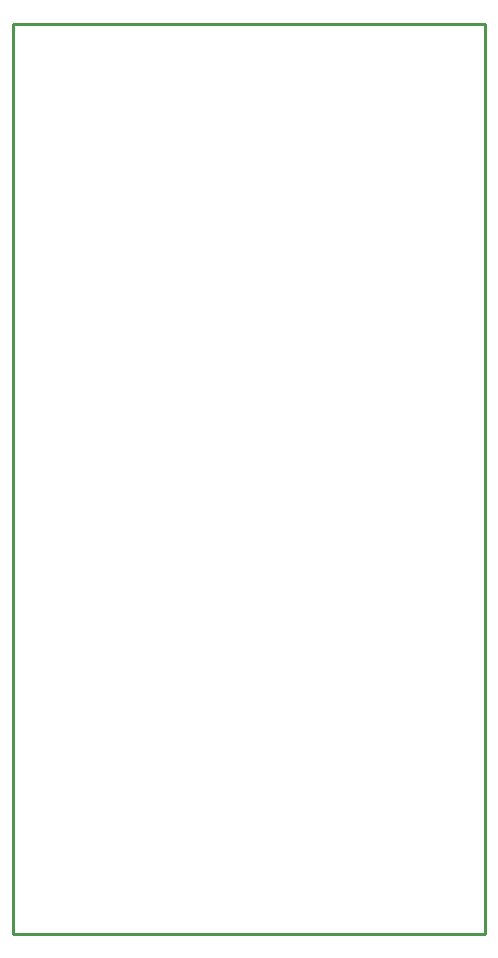
<source format=gto>
G04*
G04 #@! TF.GenerationSoftware,Altium Limited,Altium Designer,24.2.2 (26)*
G04*
G04 Layer_Color=65535*
%FSLAX44Y44*%
%MOMM*%
G71*
G04*
G04 #@! TF.SameCoordinates,FA43C0E3-4D26-4613-8E19-43AB185FC845*
G04*
G04*
G04 #@! TF.FilePolarity,Positive*
G04*
G01*
G75*
%ADD10C,0.2540*%
D10*
X308755Y827367D02*
X707754D01*
Y57368D02*
Y827367D01*
X308755Y57368D02*
X707754D01*
X308755D02*
Y827367D01*
M02*

</source>
